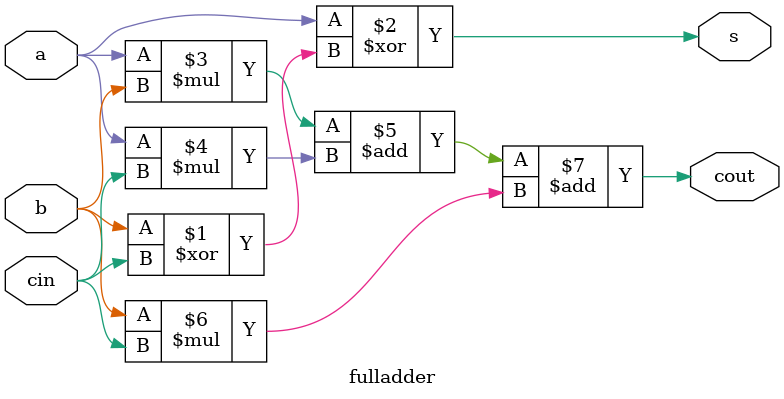
<source format=sv>
module fulladder(input a,b,
					  input cin,
					  output s,
					  output cout);		
					 

assign s = a ^ (b ^ cin);
assign cout = 	(a*b) + (a*cin) + (b*cin);		  
					  
endmodule
</source>
